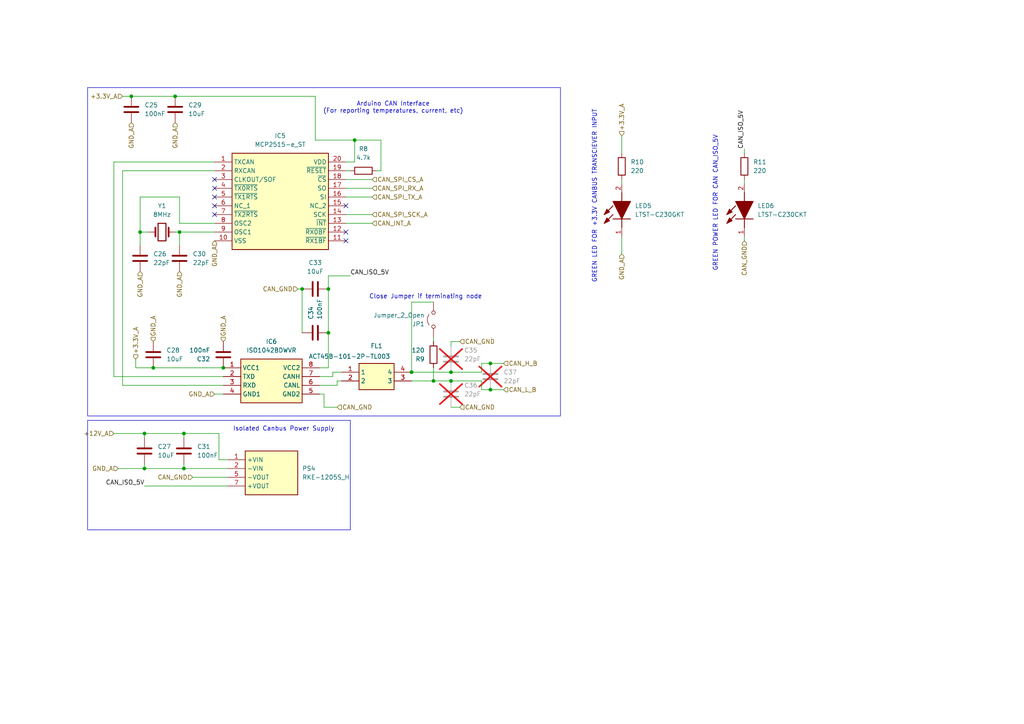
<source format=kicad_sch>
(kicad_sch (version 20250114) (generator "eeschema") (generator_version "9.0")
  (paper "A4")
  (lib_symbols
    (symbol "Device:C" (pin_numbers (hide yes)) (pin_names (offset 0.254))
      (property "Reference" "C" (at 0.635 2.54 0))
      (property "Value" "C" (at 0.635 -2.54 0))
      (symbol "C_0_1"
        (polyline (pts (xy -2.032 0.762) (xy 2.032 0.762)) (stroke (width 0.508)))
        (polyline (pts (xy -2.032 -0.762) (xy 2.032 -0.762)) (stroke (width 0.508)))
      )
      (symbol "C_1_1"
        (pin passive line (at 0 3.81 270) (length 2.794) (name "~") (number "1"))
        (pin passive line (at 0 -3.81 90) (length 2.794) (name "~") (number "2"))
      )
    )
    (symbol "Device:Crystal" (pin_numbers (hide yes)) (pin_names (offset 1.016) (hide yes))
      (property "Reference" "Y" (at 0 3.81 0))
      (property "Value" "Crystal" (at 0 -3.81 0))
      (symbol "Crystal_0_1"
        (polyline (pts (xy -2.54 0) (xy -1.905 0)))
        (polyline (pts (xy -1.905 -1.27) (xy -1.905 1.27)) (stroke (width 0.508)))
        (rectangle (start -1.143 2.54) (end 1.143 -2.54) (stroke (width 0.3048)))
        (polyline (pts (xy 1.905 -1.27) (xy 1.905 1.27)) (stroke (width 0.508)))
        (polyline (pts (xy 2.54 0) (xy 1.905 0)))
      )
      (symbol "Crystal_1_1"
        (pin passive line (at -3.81 0 0) (length 1.27) (name "1") (number "1"))
        (pin passive line (at 3.81 0 180) (length 1.27) (name "2") (number "2"))
      )
    )
    (symbol "Device:R" (pin_numbers (hide yes)) (pin_names (offset 0))
      (property "Reference" "R" (at 2.032 0 90))
      (property "Value" "R" (at 0 0 90))
      (symbol "R_0_1"
        (rectangle (start -1.016 -2.54) (end 1.016 2.54) (stroke (width 0.254)))
      )
      (symbol "R_1_1"
        (pin passive line (at 0 3.81 270) (length 1.27) (name "~") (number "1"))
        (pin passive line (at 0 -3.81 90) (length 1.27) (name "~") (number "2"))
      )
    )
    (symbol "InverterCom:ACT45B-101-2P-TL003"
      (property "Reference" "FL" (at 16.51 7.62 0))
      (property "Value" "ACT45B-101-2P-TL003" (at 16.51 5.08 0))
      (symbol "ACT45B-101-2P-TL003_1_1"
        (rectangle (start 5.08 2.54) (end 15.24 -5.08) (stroke (width 0.254)) (fill (type background)))
        (pin passive line (at 0 0 0) (length 5.08) (name "1") (number "1"))
        (pin passive line (at 0 -2.54 0) (length 5.08) (name "2") (number "2"))
        (pin passive line (at 20.32 0 180) (length 5.08) (name "4") (number "4"))
        (pin passive line (at 20.32 -2.54 180) (length 5.08) (name "3") (number "3"))
      )
    )
    (symbol "InverterCom:ISO1042BDWVR"
      (property "Reference" "IC" (at 24.13 7.62 0))
      (property "Value" "ISO1042BDWVR" (at 24.13 5.08 0))
      (symbol "ISO1042BDWVR_1_1"
        (rectangle (start 5.08 2.54) (end 22.86 -10.16) (stroke (width 0.254)) (fill (type background)))
        (pin passive line (at 0 0 0) (length 5.08) (name "VCC1") (number "1"))
        (pin passive line (at 0 -2.54 0) (length 5.08) (name "TXD") (number "2"))
        (pin passive line (at 0 -5.08 0) (length 5.08) (name "RXD") (number "3"))
        (pin passive line (at 0 -7.62 0) (length 5.08) (name "GND1") (number "4"))
        (pin passive line (at 27.94 0 180) (length 5.08) (name "VCC2") (number "8"))
        (pin passive line (at 27.94 -2.54 180) (length 5.08) (name "CANH") (number "7"))
        (pin passive line (at 27.94 -5.08 180) (length 5.08) (name "CANL") (number "6"))
        (pin passive line (at 27.94 -7.62 180) (length 5.08) (name "GND2") (number "5"))
      )
    )
    (symbol "InverterCom:LTST-C230CKT" (pin_names (hide yes))
      (property "Reference" "LED" (at 12.7 8.89 0))
      (property "Value" "LTST-C230CKT" (at 12.7 6.35 0))
      (symbol "LTST-C230CKT_1_1"
        (polyline (pts (xy 2.54 0) (xy 5.08 0)) (stroke (width 0.254)))
        (polyline (pts (xy 5.08 2.54) (xy 5.08 -2.54)) (stroke (width 0.254)))
        (polyline (pts (xy 5.08 0) (xy 10.16 2.54) (xy 10.16 -2.54) (xy 5.08 0)) (stroke (width 0.254)) (fill (type outline)))
        (polyline (pts (xy 5.334 4.318) (xy 4.572 3.556) (xy 3.81 5.08) (xy 5.334 4.318)) (stroke (width 0.254)) (fill (type outline)))
        (polyline (pts (xy 6.35 2.54) (xy 3.81 5.08)) (stroke (width 0.254)))
        (polyline (pts (xy 7.874 4.318) (xy 7.112 3.556) (xy 6.35 5.08) (xy 7.874 4.318)) (stroke (width 0.254)) (fill (type outline)))
        (polyline (pts (xy 8.89 2.54) (xy 6.35 5.08)) (stroke (width 0.254)))
        (polyline (pts (xy 10.16 0) (xy 12.7 0)) (stroke (width 0.254)))
        (pin passive line (at 0 0 0) (length 2.54) (name "K") (number "1"))
        (pin passive line (at 15.24 0 180) (length 2.54) (name "A") (number "2"))
      )
    )
    (symbol "InverterCom:LTST-C230GKT" (pin_names (hide yes))
      (property "Reference" "LED" (at 12.7 8.89 0))
      (property "Value" "LTST-C230GKT" (at 12.7 6.35 0))
      (symbol "LTST-C230GKT_1_1"
        (polyline (pts (xy 2.54 0) (xy 5.08 0)) (stroke (width 0.254)))
        (polyline (pts (xy 5.08 2.54) (xy 5.08 -2.54)) (stroke (width 0.254)))
        (polyline (pts (xy 5.08 0) (xy 10.16 2.54) (xy 10.16 -2.54) (xy 5.08 0)) (stroke (width 0.254)) (fill (type outline)))
        (polyline (pts (xy 5.334 4.318) (xy 4.572 3.556) (xy 3.81 5.08) (xy 5.334 4.318)) (stroke (width 0.254)) (fill (type outline)))
        (polyline (pts (xy 6.35 2.54) (xy 3.81 5.08)) (stroke (width 0.254)))
        (polyline (pts (xy 7.874 4.318) (xy 7.112 3.556) (xy 6.35 5.08) (xy 7.874 4.318)) (stroke (width 0.254)) (fill (type outline)))
        (polyline (pts (xy 8.89 2.54) (xy 6.35 5.08)) (stroke (width 0.254)))
        (polyline (pts (xy 10.16 0) (xy 12.7 0)) (stroke (width 0.254)))
        (pin passive line (at 0 0 0) (length 2.54) (name "K") (number "1"))
        (pin passive line (at 15.24 0 180) (length 2.54) (name "A") (number "2"))
      )
    )
    (symbol "InverterCom:MCP2515-e_ST"
      (property "Reference" "IC" (at 34.29 7.62 0))
      (property "Value" "MCP2515-e_ST" (at 34.29 5.08 0))
      (symbol "MCP2515-e_ST_1_1"
        (rectangle (start 5.08 2.54) (end 33.02 -25.4) (stroke (width 0.254)) (fill (type background)))
        (pin passive line (at 0 0 0) (length 5.08) (name "TXCAN") (number "1"))
        (pin passive line (at 0 -2.54 0) (length 5.08) (name "RXCAN") (number "2"))
        (pin passive line (at 0 -5.08 0) (length 5.08) (name "CLKOUT/SOF") (number "3"))
        (pin passive line (at 0 -7.62 0) (length 5.08) (name "~{TX0RTS}") (number "4"))
        (pin passive line (at 0 -10.16 0) (length 5.08) (name "~{TX1RTS}") (number "5"))
        (pin passive line (at 0 -12.7 0) (length 5.08) (name "NC_1") (number "6"))
        (pin passive line (at 0 -15.24 0) (length 5.08) (name "~{TX2RTS}") (number "7"))
        (pin passive line (at 0 -17.78 0) (length 5.08) (name "OSC2") (number "8"))
        (pin passive line (at 0 -20.32 0) (length 5.08) (name "OSC1") (number "9"))
        (pin passive line (at 0 -22.86 0) (length 5.08) (name "VSS") (number "10"))
        (pin passive line (at 38.1 0 180) (length 5.08) (name "VDD") (number "20"))
        (pin passive line (at 38.1 -2.54 180) (length 5.08) (name "~{RESET}") (number "19"))
        (pin passive line (at 38.1 -5.08 180) (length 5.08) (name "~{CS}") (number "18"))
        (pin passive line (at 38.1 -7.62 180) (length 5.08) (name "SO") (number "17"))
        (pin passive line (at 38.1 -10.16 180) (length 5.08) (name "SI") (number "16"))
        (pin passive line (at 38.1 -12.7 180) (length 5.08) (name "NC_2") (number "15"))
        (pin passive line (at 38.1 -15.24 180) (length 5.08) (name "SCK") (number "14"))
        (pin passive line (at 38.1 -17.78 180) (length 5.08) (name "~{INT}") (number "13"))
        (pin passive line (at 38.1 -20.32 180) (length 5.08) (name "~{RX0BF}") (number "12"))
        (pin passive line (at 38.1 -22.86 180) (length 5.08) (name "~{RX1BF}") (number "11"))
      )
    )
    (symbol "InverterCom:RKE-1205S_H"
      (property "Reference" "PS" (at 21.59 7.62 0))
      (property "Value" "RKE-1205S_H" (at 21.59 5.08 0))
      (symbol "RKE-1205S_H_1_1"
        (rectangle (start 5.08 2.54) (end 20.32 -10.16) (stroke (width 0.254)) (fill (type background)))
        (pin passive line (at 0 0 0) (length 5.08) (name "+VIN") (number "1"))
        (pin passive line (at 0 -2.54 0) (length 5.08) (name "-VIN") (number "2"))
        (pin passive line (at 0 -5.08 0) (length 5.08) (name "-VOUT") (number "5"))
        (pin passive line (at 0 -7.62 0) (length 5.08) (name "+VOUT") (number "7"))
      )
    )
    (symbol "Jumper:Jumper_2_Open" (pin_numbers (hide yes)) (pin_names (offset 0) (hide yes)) (exclude_from_sim yes)
      (property "Reference" "JP" (at 0 2.794 0))
      (property "Value" "Jumper_2_Open" (at 0 -2.286 0))
      (symbol "Jumper_2_Open_0_0"
        (circle (center -2.032 0) (radius 0.508))
        (circle (center 2.032 0) (radius 0.508))
      )
      (symbol "Jumper_2_Open_0_1"
        (arc (start -1.524 1.27) (mid 0 1.778) (end 1.524 1.27))
      )
      (symbol "Jumper_2_Open_1_1"
        (pin passive line (at -5.08 0 0) (length 2.54) (name "A") (number "1"))
        (pin passive line (at 5.08 0 180) (length 2.54) (name "B") (number "2"))
      )
    )
  )
  (rectangle (start 25.4 25.4) (end 162.56 120.65))
  (rectangle (start 25.4 121.92) (end 101.6 153.67))
  (text "Close Jumper if terminating node\n" (at 123.444 86.106 0) (effects (font (size 1.27 1.27))))
  (text "GREEN LED FOR +3.3V CANBUS TRANSCIEVER INPUT" (at 172.466 56.896 90) (effects (font (size 1.27 1.27))))
  (text "Arduino CAN Interface\n(For reporting temperatures, current, etc)" (at 114.046 31.242 0) (effects (font (size 1.27 1.27))))
  (text "GREEN POWER LED FOR CAN CAN_ISO_5V" (at 207.518 58.928 90) (effects (font (size 1.27 1.27))))
  (text "Isolated Canbus Power Supply\n" (at 82.296 124.46 0) (effects (font (size 1.27 1.27))))
  (junction (at 44.45 106.68))
  (junction (at 142.24 113.03))
  (junction (at 40.64 67.31))
  (junction (at 119.38 107.95))
  (junction (at 95.25 96.52))
  (junction (at 53.34 135.89))
  (junction (at 142.24 105.41))
  (junction (at 53.34 125.73))
  (junction (at 125.73 110.49))
  (junction (at 50.8 27.94))
  (junction (at 41.91 135.89))
  (junction (at 41.91 125.73))
  (junction (at 130.81 110.49))
  (junction (at 102.87 40.64))
  (junction (at 130.81 107.95))
  (junction (at 87.63 83.82))
  (junction (at 64.77 106.68))
  (junction (at 38.1 27.94))
  (junction (at 52.07 67.31))
  (junction (at 95.25 83.82))
  (no_connect (at 62.23 54.61))
  (no_connect (at 62.23 62.23))
  (no_connect (at 62.23 57.15))
  (no_connect (at 62.23 52.07))
  (no_connect (at 100.33 59.69))
  (no_connect (at 62.23 59.69))
  (no_connect (at 100.33 67.31))
  (no_connect (at 100.33 69.85))
  (wire (pts (xy 110.49 40.64) (xy 102.87 40.64)))
  (wire (pts (xy 97.79 111.76) (xy 92.71 111.76)))
  (wire (pts (xy 63.5 125.73) (xy 63.5 133.35)))
  (wire (pts (xy 139.7 113.03) (xy 142.24 113.03)))
  (wire (pts (xy 41.91 135.89) (xy 53.34 135.89)))
  (wire (pts (xy 100.33 62.23) (xy 107.95 62.23)))
  (wire (pts (xy 100.33 46.99) (xy 102.87 46.99)))
  (wire (pts (xy 95.25 83.82) (xy 95.25 96.52)))
  (wire (pts (xy 96.52 107.95) (xy 96.52 109.22)))
  (wire (pts (xy 53.34 125.73) (xy 63.5 125.73)))
  (wire (pts (xy 39.37 106.68) (xy 44.45 106.68)))
  (wire (pts (xy 53.34 134.62) (xy 53.34 135.89)))
  (wire (pts (xy 35.56 111.76) (xy 64.77 111.76)))
  (wire (pts (xy 41.91 140.97) (xy 66.04 140.97)))
  (wire (pts (xy 35.56 49.53) (xy 35.56 111.76)))
  (wire (pts (xy 41.91 125.73) (xy 53.34 125.73)))
  (wire (pts (xy 35.56 49.53) (xy 62.23 49.53)))
  (wire (pts (xy 35.56 27.94) (xy 38.1 27.94)))
  (wire (pts (xy 96.52 109.22) (xy 92.71 109.22)))
  (wire (pts (xy 97.79 110.49) (xy 97.79 111.76)))
  (wire (pts (xy 101.6 80.01) (xy 95.25 80.01)))
  (wire (pts (xy 93.98 114.3) (xy 92.71 114.3)))
  (wire (pts (xy 95.25 106.68) (xy 92.71 106.68)))
  (wire (pts (xy 139.7 113.03) (xy 139.7 110.49)))
  (wire (pts (xy 34.29 135.89) (xy 41.91 135.89)))
  (wire (pts (xy 93.98 118.11) (xy 93.98 114.3)))
  (wire (pts (xy 100.33 49.53) (xy 101.6 49.53)))
  (wire (pts (xy 125.73 97.79) (xy 125.73 99.06)))
  (wire (pts (xy 44.45 106.68) (xy 64.77 106.68)))
  (wire (pts (xy 130.81 99.06) (xy 130.81 100.33)))
  (wire (pts (xy 100.33 64.77) (xy 107.95 64.77)))
  (wire (pts (xy 41.91 134.62) (xy 41.91 135.89)))
  (wire (pts (xy 125.73 87.63) (xy 119.38 87.63)))
  (wire (pts (xy 180.34 68.58) (xy 180.34 73.66)))
  (wire (pts (xy 62.23 64.77) (xy 52.07 64.77)))
  (wire (pts (xy 102.87 46.99) (xy 102.87 40.64)))
  (wire (pts (xy 52.07 64.77) (xy 52.07 57.15)))
  (wire (pts (xy 97.79 118.11) (xy 93.98 118.11)))
  (wire (pts (xy 139.7 105.41) (xy 139.7 107.95)))
  (wire (pts (xy 91.44 27.94) (xy 50.8 27.94)))
  (wire (pts (xy 40.64 67.31) (xy 40.64 71.12)))
  (wire (pts (xy 100.33 52.07) (xy 107.95 52.07)))
  (wire (pts (xy 125.73 110.49) (xy 130.81 110.49)))
  (wire (pts (xy 142.24 105.41) (xy 146.05 105.41)))
  (wire (pts (xy 38.1 27.94) (xy 50.8 27.94)))
  (wire (pts (xy 119.38 107.95) (xy 130.81 107.95)))
  (wire (pts (xy 55.88 138.43) (xy 66.04 138.43)))
  (wire (pts (xy 96.52 107.95) (xy 99.06 107.95)))
  (wire (pts (xy 139.7 105.41) (xy 142.24 105.41)))
  (wire (pts (xy 119.38 110.49) (xy 125.73 110.49)))
  (wire (pts (xy 33.02 46.99) (xy 33.02 109.22)))
  (wire (pts (xy 39.37 106.68) (xy 39.37 104.14)))
  (wire (pts (xy 91.44 40.64) (xy 91.44 27.94)))
  (wire (pts (xy 100.33 57.15) (xy 107.95 57.15)))
  (wire (pts (xy 62.23 114.3) (xy 64.77 114.3)))
  (wire (pts (xy 52.07 67.31) (xy 62.23 67.31)))
  (wire (pts (xy 130.81 110.49) (xy 139.7 110.49)))
  (wire (pts (xy 50.8 67.31) (xy 52.07 67.31)))
  (wire (pts (xy 95.25 80.01) (xy 95.25 83.82)))
  (wire (pts (xy 86.36 83.82) (xy 87.63 83.82)))
  (wire (pts (xy 100.33 54.61) (xy 107.95 54.61)))
  (wire (pts (xy 53.34 125.73) (xy 53.34 127)))
  (wire (pts (xy 180.34 39.37) (xy 180.34 44.45)))
  (wire (pts (xy 110.49 49.53) (xy 110.49 40.64)))
  (wire (pts (xy 130.81 118.11) (xy 133.35 118.11)))
  (wire (pts (xy 97.79 110.49) (xy 99.06 110.49)))
  (wire (pts (xy 215.9 43.18) (xy 215.9 44.45)))
  (wire (pts (xy 53.34 135.89) (xy 66.04 135.89)))
  (wire (pts (xy 63.5 133.35) (xy 66.04 133.35)))
  (wire (pts (xy 33.02 109.22) (xy 64.77 109.22)))
  (wire (pts (xy 95.25 96.52) (xy 95.25 106.68)))
  (wire (pts (xy 130.81 107.95) (xy 139.7 107.95)))
  (wire (pts (xy 215.9 52.07) (xy 215.9 53.34)))
  (wire (pts (xy 125.73 106.68) (xy 125.73 110.49)))
  (wire (pts (xy 142.24 113.03) (xy 146.05 113.03)))
  (wire (pts (xy 133.35 99.06) (xy 130.81 99.06)))
  (wire (pts (xy 40.64 57.15) (xy 40.64 67.31)))
  (wire (pts (xy 52.07 57.15) (xy 40.64 57.15)))
  (wire (pts (xy 119.38 87.63) (xy 119.38 107.95)))
  (wire (pts (xy 52.07 71.12) (xy 52.07 67.31)))
  (wire (pts (xy 33.02 125.73) (xy 41.91 125.73)))
  (wire (pts (xy 180.34 52.07) (xy 180.34 53.34)))
  (wire (pts (xy 109.22 49.53) (xy 110.49 49.53)))
  (wire (pts (xy 91.44 40.64) (xy 102.87 40.64)))
  (wire (pts (xy 87.63 83.82) (xy 87.63 96.52)))
  (wire (pts (xy 33.02 46.99) (xy 62.23 46.99)))
  (wire (pts (xy 40.64 67.31) (xy 43.18 67.31)))
  (wire (pts (xy 41.91 125.73) (xy 41.91 127)))
  (wire (pts (xy 215.9 68.58) (xy 215.9 69.85)))
  (label "CAN_ISO_5V" (at 215.9 43.18 90))
  (label "CAN_ISO_5V" (at 41.91 140.97 180))
  (label "CAN_ISO_5V" (at 101.6 80.01 0))
  (hierarchical_label "GND_A" (shape input) (at 62.23 69.85 270))
  (hierarchical_label "GND_A" (shape input) (at 50.8 35.56 270))
  (hierarchical_label "GND_A" (shape input) (at 34.29 135.89 180))
  (hierarchical_label "GND_A" (shape input) (at 64.77 99.06 90))
  (hierarchical_label "CAN_GND" (shape input) (at 215.9 69.85 270))
  (hierarchical_label "CAN_GND" (shape input) (at 133.35 118.11 0))
  (hierarchical_label "CAN_SPI_CS_A" (shape input) (at 107.95 52.07 0))
  (hierarchical_label "+3.3V_A" (shape input) (at 39.37 104.14 90))
  (hierarchical_label "CAN_GND" (shape input) (at 55.88 138.43 180))
  (hierarchical_label "CAN_SPI_SCK_A" (shape input) (at 107.95 62.23 0))
  (hierarchical_label "+12V_A" (shape input) (at 33.02 125.73 180))
  (hierarchical_label "CAN_INT_A" (shape input) (at 107.95 64.77 0))
  (hierarchical_label "CAN_GND" (shape input) (at 133.35 99.06 0))
  (hierarchical_label "GND_A" (shape input) (at 40.64 78.74 270))
  (hierarchical_label "GND_A" (shape input) (at 52.07 78.74 270))
  (hierarchical_label "GND_A" (shape input) (at 62.23 114.3 180))
  (hierarchical_label "CAN_L_B" (shape input) (at 146.05 113.03 0))
  (hierarchical_label "+3.3V_A" (shape input) (at 180.34 39.37 90))
  (hierarchical_label "CAN_GND" (shape input) (at 86.36 83.82 180))
  (hierarchical_label "CAN_SPI_TX_A" (shape input) (at 107.95 57.15 0))
  (hierarchical_label "CAN_GND" (shape input) (at 97.79 118.11 0))
  (hierarchical_label "+3.3V_A" (shape input) (at 35.56 27.94 180))
  (hierarchical_label "CAN_H_B" (shape input) (at 146.05 105.41 0))
  (hierarchical_label "CAN_SPI_RX_A" (shape input) (at 107.95 54.61 0))
  (hierarchical_label "GND_A" (shape input) (at 38.1 35.56 270))
  (hierarchical_label "GND_A" (shape input) (at 44.45 99.06 90))
  (hierarchical_label "GND_A" (shape input) (at 180.34 73.66 270))
  (symbol (lib_id "Device:Crystal") (at 46.99 67.31 0) (unit 1)
    (property "Reference" "Y1" (at 46.99 59.69 0))
    (property "Value" "8MHz" (at 46.99 62.23 0))
    (property "Footprint" "Crystal:Crystal_HC49-4H_Vertical" (effects (hide yes)))
    (property "Description" "Two pin crystal" (effects (hide yes)))
  )
  (symbol (lib_id "InverterCom:LTST-C230GKT") (at 180.34 68.58 90) (unit 1)
    (property "Reference" "LED5" (at 184.15 59.6899 90) (effects (justify right)))
    (property "Value" "LTST-C230GKT" (at 184.15 62.2299 90) (effects (justify right)))
    (property "Footprint" "InverterCom:LEDC3216X120N" (effects (hide yes)))
    (property "Description" "Lite-On LTST-C230GKT Green LED, 569 nm, 3016 (1206), Rectangle Lens SMD Package" (effects (hide yes)))
    (property "Height" "1.2" (effects (hide yes)))
    (property "Mouser Part Number" "859-LTST-C230GKT" (effects (hide yes)))
    (property "Mouser Price/Stock" "https://www.mouser.co.uk/ProductDetail/Lite-On/LTST-C230GKT?qs=7ZnIBiPc9DrbEstVFO1DAg%3D%3D" (effects (hide yes)))
    (property "Manufacturer_Name" "Lite-On" (effects (hide yes)))
    (property "Manufacturer_Part_Number" "LTST-C230GKT" (effects (hide yes)))
  )
  (symbol (lib_id "Device:R") (at 125.73 102.87 0) (unit 1)
    (property "Reference" "R9" (at 123.19 104.1401 0) (effects (justify right)))
    (property "Value" "120" (at 123.19 101.6001 0) (effects (justify right)))
    (property "Footprint" "Resistor_SMD:R_1210_3225Metric_Pad1.30x2.65mm_HandSolder" (effects (hide yes)))
    (property "Description" "Resistor" (effects (hide yes)))
  )
  (symbol (lib_id "Device:C") (at 130.81 114.3 0) (unit 1) (dnp yes)
    (property "Reference" "C36" (at 134.62 111.7599 0) (effects (justify left)))
    (property "Value" "22pF" (at 134.62 114.2999 0) (effects (justify left)))
    (property "Footprint" "Capacitor_SMD:C_1210_3225Metric_Pad1.33x2.70mm_HandSolder" (effects (hide yes)))
    (property "Description" "Unpolarized capacitor" (effects (hide yes)))
  )
  (symbol (lib_id "Device:C") (at 38.1 31.75 0) (unit 1)
    (property "Reference" "C25" (at 41.91 30.4799 0) (effects (justify left)))
    (property "Value" "100nF" (at 41.91 33.02 0) (effects (justify left)))
    (property "Footprint" "Capacitor_SMD:C_1210_3225Metric_Pad1.33x2.70mm_HandSolder" (effects (hide yes)))
    (property "Description" "Unpolarized capacitor" (effects (hide yes)))
  )
  (symbol (lib_id "InverterCom:ISO1042BDWVR") (at 64.77 106.68 0) (unit 1)
    (property "Reference" "IC6" (at 78.74 99.06 0))
    (property "Value" "ISO1042BDWVR" (at 78.74 101.6 0))
    (property "Footprint" "InverterCom:SOIC127P1150X280-8N" (effects (hide yes)))
    (property "Datasheet" "http://www.ti.com/lit/gpn/ISO1042" (effects (hide yes)))
    (property "Description" "Isolated CAN Transceiver With 70-V Bus Fault Protection and Flexible Data Rate" (effects (hide yes)))
    (property "Height" "2.8" (effects (hide yes)))
    (property "Mouser Part Number" "595-ISO1042BDWVR" (effects (hide yes)))
    (property "Mouser Price/Stock" "https://www.mouser.co.uk/ProductDetail/Texas-Instruments/ISO1042BDWVR?qs=qSfuJ%252Bfl%2Fd68DAhWt0GTEQ%3D%3D" (effects (hide yes)))
    (property "Manufacturer_Name" "Texas Instruments" (effects (hide yes)))
    (property "Manufacturer_Part_Number" "ISO1042BDWVR" (effects (hide yes)))
  )
  (symbol (lib_id "InverterCom:LTST-C230CKT") (at 215.9 68.58 90) (unit 1)
    (property "Reference" "LED6" (at 219.71 59.6899 90) (effects (justify right)))
    (property "Value" "LTST-C230CKT" (at 219.71 62.2299 90) (effects (justify right)))
    (property "Footprint" "InverterCom:LEDC3216X120N" (effects (hide yes)))
    (property "Description" "Standard LEDs - SMD Red Clear 638nm" (effects (hide yes)))
    (property "Height" "1.2" (effects (hide yes)))
    (property "Mouser Part Number" "859-LTST-C230CKT" (effects (hide yes)))
    (property "Mouser Price/Stock" "https://www.mouser.co.uk/ProductDetail/Lite-On/LTST-C230CKT?qs=Ajas4iFhtucdJAOTHdHdqw%3D%3D" (effects (hide yes)))
    (property "Manufacturer_Name" "Lite-On" (effects (hide yes)))
    (property "Manufacturer_Part_Number" "LTST-C230CKT" (effects (hide yes)))
  )
  (symbol (lib_id "InverterCom:MCP2515-e_ST") (at 62.23 46.99 0) (unit 1)
    (property "Reference" "IC5" (at 81.28 39.37 0))
    (property "Value" "MCP2515-e_ST" (at 81.28 41.91 0))
    (property "Footprint" "InverterCom:SOP65P640X120-20N" (effects (hide yes)))
    (property "Datasheet" "https://datasheet.datasheetarchive.com/originals/distributors/SFDatasheet-4/sf-00090060.pdf" (effects (hide yes)))
    (property "Description" "CAN controller with SPI, 125 degC" (effects (hide yes)))
    (property "Height" "1.2" (effects (hide yes)))
    (property "Mouser Part Number" "579-MCP2515-E/ST" (effects (hide yes)))
    (property "Mouser Price/Stock" "https://www.mouser.co.uk/ProductDetail/Microchip-Technology/MCP2515-E-ST?qs=y1t9dHv1DsIvDWDHTyyG6w%3D%3D" (effects (hide yes)))
    (property "Manufacturer_Name" "Microchip" (effects (hide yes)))
    (property "Manufacturer_Part_Number" "MCP2515-e/ST" (effects (hide yes)))
  )
  (symbol (lib_id "Device:C") (at 50.8 31.75 0) (unit 1)
    (property "Reference" "C29" (at 54.61 30.4799 0) (effects (justify left)))
    (property "Value" "10uF" (at 54.61 33.0199 0) (effects (justify left)))
    (property "Footprint" "Capacitor_SMD:C_1210_3225Metric_Pad1.33x2.70mm_HandSolder" (effects (hide yes)))
    (property "Description" "Unpolarized capacitor" (effects (hide yes)))
  )
  (symbol (lib_id "Device:C") (at 91.44 83.82 270) (unit 1)
    (property "Reference" "C33" (at 91.44 76.2 90))
    (property "Value" "10uF" (at 91.44 78.74 90))
    (property "Footprint" "Capacitor_SMD:C_1210_3225Metric_Pad1.33x2.70mm_HandSolder" (effects (hide yes)))
    (property "Description" "Unpolarized capacitor" (effects (hide yes)))
  )
  (symbol (lib_id "Jumper:Jumper_2_Open") (at 125.73 92.71 90) (unit 1) (exclude_from_sim yes)
    (property "Reference" "JP1" (at 123.19 93.9801 90) (effects (justify left)))
    (property "Value" "Jumper_2_Open" (at 123.19 91.4401 90) (effects (justify left)))
    (property "Footprint" "Connector_PinHeader_2.54mm:PinHeader_1x02_P2.54mm_Vertical" (effects (hide yes)))
    (property "Description" "Jumper, 2-pole, open" (effects (hide yes)))
  )
  (symbol (lib_id "Device:C") (at 52.07 74.93 0) (unit 1)
    (property "Reference" "C30" (at 55.88 73.6599 0) (effects (justify left)))
    (property "Value" "22pF" (at 55.88 76.1999 0) (effects (justify left)))
    (property "Footprint" "Capacitor_SMD:C_1210_3225Metric_Pad1.33x2.70mm_HandSolder" (effects (hide yes)))
    (property "Description" "Unpolarized capacitor" (effects (hide yes)))
  )
  (symbol (lib_id "Device:C") (at 130.81 104.14 0) (unit 1) (dnp yes)
    (property "Reference" "C35" (at 134.62 101.5999 0) (effects (justify left)))
    (property "Value" "22pF" (at 134.62 104.1399 0) (effects (justify left)))
    (property "Footprint" "Capacitor_SMD:C_1210_3225Metric_Pad1.33x2.70mm_HandSolder" (effects (hide yes)))
    (property "Description" "Unpolarized capacitor" (effects (hide yes)))
  )
  (symbol (lib_id "Device:C") (at 91.44 96.52 90) (unit 1)
    (property "Reference" "C34" (at 90.1699 92.71 0) (effects (justify left)))
    (property "Value" "100nF" (at 92.71 92.71 0) (effects (justify left)))
    (property "Footprint" "Capacitor_SMD:C_1210_3225Metric_Pad1.33x2.70mm_HandSolder" (effects (hide yes)))
    (property "Description" "Unpolarized capacitor" (effects (hide yes)))
  )
  (symbol (lib_id "Device:C") (at 40.64 74.93 0) (unit 1)
    (property "Reference" "C26" (at 44.45 73.6599 0) (effects (justify left)))
    (property "Value" "22pF" (at 44.45 76.1999 0) (effects (justify left)))
    (property "Footprint" "Capacitor_SMD:C_1210_3225Metric_Pad1.33x2.70mm_HandSolder" (effects (hide yes)))
    (property "Description" "Unpolarized capacitor" (effects (hide yes)))
  )
  (symbol (lib_id "Device:C") (at 53.34 130.81 0) (unit 1)
    (property "Reference" "C31" (at 57.15 129.5399 0) (effects (justify left)))
    (property "Value" "100nF" (at 57.15 132.0799 0) (effects (justify left)))
    (property "Footprint" "Capacitor_SMD:C_1210_3225Metric_Pad1.33x2.70mm_HandSolder" (effects (hide yes)))
    (property "Description" "Unpolarized capacitor" (effects (hide yes)))
  )
  (symbol (lib_id "InverterCom:ACT45B-101-2P-TL003") (at 99.06 107.95 0) (unit 1)
    (property "Reference" "FL1" (at 109.22 100.33 0))
    (property "Value" "ACT45B-101-2P-TL003" (at 101.346 103.378 0))
    (property "Footprint" "InverterCom:ACT45B1012PTL003" (effects (hide yes)))
    (property "Datasheet" "https://product.tdk.com/system/files/dam/doc/product/emc/emc/cmf_cmc/catalog/cmf_automotive_signal_act45b_en.pdf" (effects (hide yes)))
    (property "Description" "Common Mode Filters / Chokes, |Z|=5800 at 10MHz, L x W x T :" (effects (hide yes)))
    (property "Height" "3" (effects (hide yes)))
    (property "Mouser Part Number" "810-ACT45B1012PTL003" (effects (hide yes)))
    (property "Mouser Price/Stock" "https://www.mouser.co.uk/ProductDetail/TDK/ACT45B-101-2P-TL003?qs=SKgu1TwNDxoLFWvwfqJuJA%3D%3D" (effects (hide yes)))
    (property "Manufacturer_Name" "TDK" (effects (hide yes)))
    (property "Manufacturer_Part_Number" "ACT45B-101-2P-TL003" (effects (hide yes)))
  )
  (symbol (lib_id "Device:C") (at 44.45 102.87 0) (unit 1)
    (property "Reference" "C28" (at 48.26 101.5999 0) (effects (justify left)))
    (property "Value" "10uF" (at 48.26 104.1399 0) (effects (justify left)))
    (property "Footprint" "Capacitor_SMD:C_1210_3225Metric_Pad1.33x2.70mm_HandSolder" (effects (hide yes)))
    (property "Description" "Unpolarized capacitor" (effects (hide yes)))
  )
  (symbol (lib_id "InverterCom:RKE-1205S_H") (at 66.04 133.35 0) (unit 1)
    (property "Reference" "PS4" (at 87.63 135.8899 0) (effects (justify left)))
    (property "Value" "RKE-1205S_H" (at 87.63 138.4299 0) (effects (justify left)))
    (property "Footprint" "InverterCom:RKE1205SH" (effects (hide yes)))
    (property "Datasheet" "https://www.recom-power.com/pdf/Econoline/RKE.pdf" (effects (hide yes)))
    (property "Description" "Recom Through Hole 1W Isolated DC-DC Converter, Vin Maximum of 12 V dc, I/O isolation 4kV dc, Vout 5V dc" (effects (hide yes)))
    (property "Height" "10.7" (effects (hide yes)))
    (property "Mouser Part Number" "919-RKE-1205S/H" (effects (hide yes)))
    (property "Mouser Price/Stock" "https://www.mouser.co.uk/ProductDetail/RECOM-Power/RKE-1205S-H?qs=IFMNCcK%2FBZwj8OgeraTUUA%3D%3D" (effects (hide yes)))
    (property "Manufacturer_Name" "RECOM Power" (effects (hide yes)))
    (property "Manufacturer_Part_Number" "RKE-1205S/H" (effects (hide yes)))
  )
  (symbol (lib_id "Device:R") (at 105.41 49.53 90) (unit 1)
    (property "Reference" "R8" (at 105.41 43.18 90))
    (property "Value" "4.7k" (at 105.41 45.72 90))
    (property "Footprint" "Resistor_SMD:R_1210_3225Metric_Pad1.30x2.65mm_HandSolder" (effects (hide yes)))
    (property "Description" "Resistor" (effects (hide yes)))
  )
  (symbol (lib_id "Device:C") (at 142.24 109.22 0) (unit 1) (dnp yes)
    (property "Reference" "C37" (at 146.05 107.9499 0) (effects (justify left)))
    (property "Value" "22pF" (at 146.05 110.4899 0) (effects (justify left)))
    (property "Footprint" "Capacitor_SMD:C_1210_3225Metric_Pad1.33x2.70mm_HandSolder" (effects (hide yes)))
    (property "Description" "Unpolarized capacitor" (effects (hide yes)))
  )
  (symbol (lib_id "Device:C") (at 64.77 102.87 180) (unit 1)
    (property "Reference" "C32" (at 60.96 104.1401 0) (effects (justify left)))
    (property "Value" "100nF" (at 60.96 101.6 0) (effects (justify left)))
    (property "Footprint" "Capacitor_SMD:C_1210_3225Metric_Pad1.33x2.70mm_HandSolder" (effects (hide yes)))
    (property "Description" "Unpolarized capacitor" (effects (hide yes)))
  )
  (symbol (lib_id "Device:C") (at 41.91 130.81 0) (unit 1)
    (property "Reference" "C27" (at 45.72 129.5399 0) (effects (justify left)))
    (property "Value" "10uF" (at 45.72 132.0799 0) (effects (justify left)))
    (property "Footprint" "Capacitor_SMD:C_1210_3225Metric_Pad1.33x2.70mm_HandSolder" (effects (hide yes)))
    (property "Description" "Unpolarized capacitor" (effects (hide yes)))
  )
  (symbol (lib_id "Device:R") (at 215.9 48.26 180) (unit 1)
    (property "Reference" "R11" (at 218.44 46.9899 0) (effects (justify right)))
    (property "Value" "220" (at 218.44 49.5299 0) (effects (justify right)))
    (property "Footprint" "Resistor_SMD:R_1210_3225Metric_Pad1.30x2.65mm_HandSolder" (effects (hide yes)))
    (property "Description" "Resistor" (effects (hide yes)))
  )
  (symbol (lib_id "Device:R") (at 180.34 48.26 180) (unit 1)
    (property "Reference" "R10" (at 182.88 46.9899 0) (effects (justify right)))
    (property "Value" "220" (at 182.88 49.5299 0) (effects (justify right)))
    (property "Footprint" "Resistor_SMD:R_1210_3225Metric_Pad1.30x2.65mm_HandSolder" (effects (hide yes)))
    (property "Description" "Resistor" (effects (hide yes)))
  )
)
</source>
